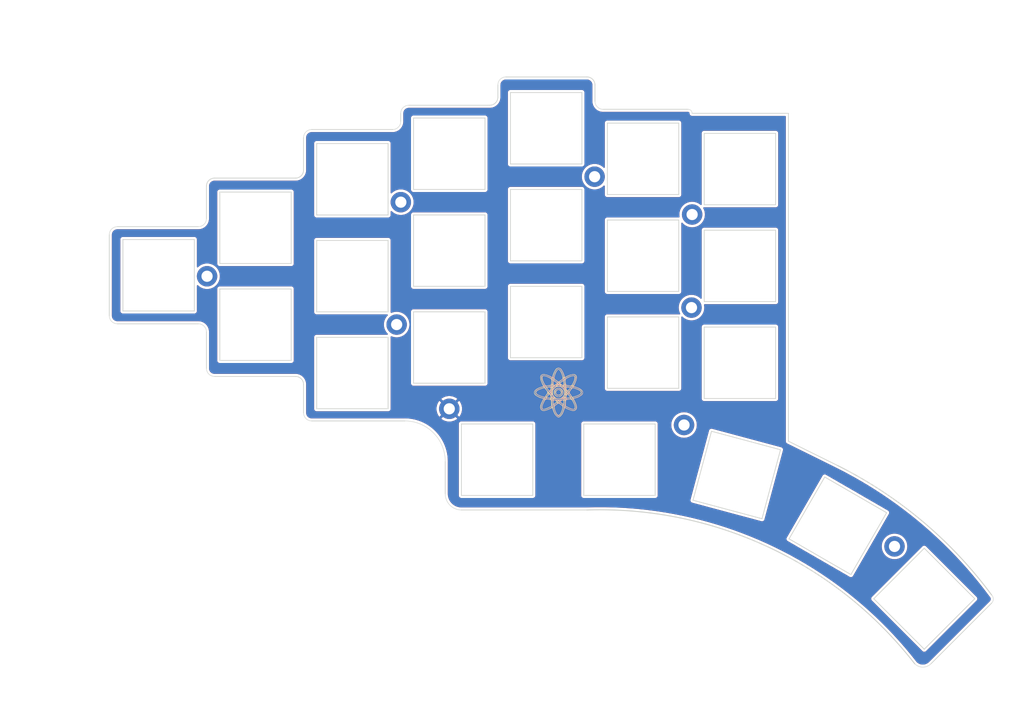
<source format=kicad_pcb>
(kicad_pcb (version 20211014) (generator pcbnew)
  (title_block (title "blaster") (rev "v1.0.0") (company "Unknown"))
  (layers (0 "F.Cu" signal) (31 "B.Cu" signal) (34 "B.Paste" user) (35 "F.Paste" user) (36 "B.SilkS" user "B.Silkscreen") (37 "F.SilkS" user "F.Silkscreen") (38 "B.Mask" user) (39 "F.Mask" user) (44 "Edge.Cuts" user))
  (net 0 "")
  (net 1 "gnd")
  (footprint "SSD1306:MX_cutout" (layer "F.Cu") (at 216.59375 105.7625)
    (fp_text reference "S38" hide)
    (fp_text value "" hide)
    (fp_line (start 7 -7) (end -7 -7) (layer "Edge.Cuts") (width 0.15))
    (fp_line (start -7 7) (end 7 7) (layer "Edge.Cuts") (width 0.15))
    (fp_line (start 7 -7) (end 7 7) (layer "Edge.Cuts") (width 0.15))
    (fp_line (start -7 7) (end -7 -7) (layer "Edge.Cuts") (width 0.15))
  )
  (footprint "" (layer "F.Cu") (at 207.09375 109.2625)
    (fp_text reference "" (at 0 0) (layer "F.SilkS") (effects (font (size 1.27 1.27))))
    (fp_text value "" (at 0 0) (layer "F.SilkS") (effects (font (size 1.27 1.27))))
    (pad " " thru_hole circle (at 0 0) (size 4 4) (drill 2.2) (layers *.Cu *.Mask))
  )
  (footprint "" (layer "F.Cu") (at 169.09375 114.2625)
    (fp_text reference "" (at 0 0) (layer "F.SilkS") (effects (font (size 1.27 1.27))))
    (fp_text value "" (at 0 0) (layer "F.SilkS") (effects (font (size 1.27 1.27))))
    (pad " " thru_hole circle (at 0 0) (size 4 4) (drill 2.2) (layers *.Cu *.Mask))
  )
  (footprint "SSD1306:MX_cutout" (layer "F.Cu") (at 235.59375 126.7625)
    (fp_text reference "S40" hide)
    (fp_text value "" hide)
    (fp_line (start -7 7) (end -7 -7) (layer "Edge.Cuts") (width 0.15))
    (fp_line (start 7 -7) (end 7 7) (layer "Edge.Cuts") (width 0.15))
    (fp_line (start 7 -7) (end -7 -7) (layer "Edge.Cuts") (width 0.15))
    (fp_line (start -7 7) (end 7 7) (layer "Edge.Cuts") (width 0.15))
  )
  (footprint "SSD1306:MX_cutout" (layer "F.Cu") (at 140.59375 119.2875)
    (fp_text reference "S26" hide)
    (fp_text value "" hide)
    (fp_line (start -7 7) (end -7 -7) (layer "Edge.Cuts") (width 0.15))
    (fp_line (start 7 -7) (end -7 -7) (layer "Edge.Cuts") (width 0.15))
    (fp_line (start -7 7) (end 7 7) (layer "Edge.Cuts") (width 0.15))
    (fp_line (start 7 -7) (end 7 7) (layer "Edge.Cuts") (width 0.15))
  )
  (footprint "SSD1306:MX_cutout" (layer "F.Cu") (at 178.59375 142.7625)
    (fp_text reference "S30" hide)
    (fp_text value "" hide)
    (fp_line (start -7 7) (end 7 7) (layer "Edge.Cuts") (width 0.15))
    (fp_line (start 7 -7) (end -7 -7) (layer "Edge.Cuts") (width 0.15))
    (fp_line (start -7 7) (end -7 -7) (layer "Edge.Cuts") (width 0.15))
    (fp_line (start 7 -7) (end 7 7) (layer "Edge.Cuts") (width 0.15))
  )
  (footprint "SSD1306:MX_cutout" (layer "F.Cu") (at 178.59375 104.7625)
    (fp_text reference "S32" hide)
    (fp_text value "" hide)
    (fp_line (start 7 -7) (end -7 -7) (layer "Edge.Cuts") (width 0.15))
    (fp_line (start -7 7) (end 7 7) (layer "Edge.Cuts") (width 0.15))
    (fp_line (start 7 -7) (end 7 7) (layer "Edge.Cuts") (width 0.15))
    (fp_line (start -7 7) (end -7 -7) (layer "Edge.Cuts") (width 0.15))
  )
  (footprint "SSD1306:MX_cutout" (layer "F.Cu") (at 140.59375 138.2875)
    (fp_text reference "S25" hide)
    (fp_text value "" hide)
    (fp_line (start -7 7) (end -7 -7) (layer "Edge.Cuts") (width 0.15))
    (fp_line (start 7 -7) (end -7 -7) (layer "Edge.Cuts") (width 0.15))
    (fp_line (start 7 -7) (end 7 7) (layer "Edge.Cuts") (width 0.15))
    (fp_line (start -7 7) (end 7 7) (layer "Edge.Cuts") (width 0.15))
  )
  (footprint "SSD1306:MX_cutout" (layer "F.Cu") (at 197.59375 137.7625)
    (fp_text reference "S33" hide)
    (fp_text value "" hide)
    (fp_line (start 7 -7) (end -7 -7) (layer "Edge.Cuts") (width 0.15))
    (fp_line (start 7 -7) (end 7 7) (layer "Edge.Cuts") (width 0.15))
    (fp_line (start -7 7) (end 7 7) (layer "Edge.Cuts") (width 0.15))
    (fp_line (start -7 7) (end -7 -7) (layer "Edge.Cuts") (width 0.15))
  )
  (footprint "SSD1306:MX_cutout" (layer "F.Cu") (at 271.739278 192.027318 -45)
    (fp_text reference "S46" hide)
    (fp_text value "" hide)
    (fp_line (start -7 7) (end 7 7) (layer "Edge.Cuts") (width 0.15))
    (fp_line (start 7 -7) (end -7 -7) (layer "Edge.Cuts") (width 0.15))
    (fp_line (start -7 7) (end -7 -7) (layer "Edge.Cuts") (width 0.15))
    (fp_line (start 7 -7) (end 7 7) (layer "Edge.Cuts") (width 0.15))
  )
  (footprint "" (layer "F.Cu") (at 265.90625 181.76875)
    (fp_text reference "" (at 0 0) (layer "F.SilkS") (effects (font (size 1.27 1.27))))
    (fp_text value "" (at 0 0) (layer "F.SilkS") (effects (font (size 1.27 1.27))))
    (pad " " thru_hole circle (at 0 0) (size 4 4) (drill 2.2) (layers *.Cu *.Mask))
  )
  (footprint "SSD1306:MX_cutout" (layer "F.Cu") (at 235.59375 145.7625)
    (fp_text reference "S39" hide)
    (fp_text value "" hide)
    (fp_line (start 7 -7) (end -7 -7) (layer "Edge.Cuts") (width 0.15))
    (fp_line (start 7 -7) (end 7 7) (layer "Edge.Cuts") (width 0.15))
    (fp_line (start -7 7) (end -7 -7) (layer "Edge.Cuts") (width 0.15))
    (fp_line (start -7 7) (end 7 7) (layer "Edge.Cuts") (width 0.15))
  )
  (footprint "SSD1306:MX_cutout" (layer "F.Cu") (at 197.59375 99.7625)
    (fp_text reference "S35" hide)
    (fp_text value "" hide)
    (fp_line (start 7 -7) (end -7 -7) (layer "Edge.Cuts") (width 0.15))
    (fp_line (start -7 7) (end -7 -7) (layer "Edge.Cuts") (width 0.15))
    (fp_line (start 7 -7) (end 7 7) (layer "Edge.Cuts") (width 0.15))
    (fp_line (start -7 7) (end 7 7) (layer "Edge.Cuts") (width 0.15))
  )
  (footprint "SSD1306:MX_cutout" (layer "F.Cu") (at 159.59375 128.7625)
    (fp_text reference "S28" hide)
    (fp_text value "" hide)
    (fp_line (start 7 -7) (end -7 -7) (layer "Edge.Cuts") (width 0.15))
    (fp_line (start 7 -7) (end 7 7) (layer "Edge.Cuts") (width 0.15))
    (fp_line (start -7 7) (end -7 -7) (layer "Edge.Cuts") (width 0.15))
    (fp_line (start -7 7) (end 7 7) (layer "Edge.Cuts") (width 0.15))
  )
  (footprint "" (layer "F.Cu") (at 131.09375 128.7875)
    (fp_text reference "" (at 0 0) (layer "F.SilkS") (effects (font (size 1.27 1.27))))
    (fp_text value "" (at 0 0) (layer "F.SilkS") (effects (font (size 1.27 1.27))))
    (pad " " thru_hole circle (at 0 0) (size 4 4) (drill 2.2) (layers *.Cu *.Mask))
  )
  (footprint "SSD1306:MX_cutout" (layer "F.Cu") (at 187.96875 164.7625)
    (fp_text reference "S42" hide)
    (fp_text value "" hide)
    (fp_line (start 7 -7) (end 7 7) (layer "Edge.Cuts") (width 0.15))
    (fp_line (start -7 7) (end -7 -7) (layer "Edge.Cuts") (width 0.15))
    (fp_line (start 7 -7) (end -7 -7) (layer "Edge.Cuts") (width 0.15))
    (fp_line (start -7 7) (end 7 7) (layer "Edge.Cuts") (width 0.15))
  )
  (footprint "SSD1306:MX_cutout" (layer "F.Cu") (at 211.96875 164.7625)
    (fp_text reference "S43" hide)
    (fp_text value "" hide)
    (fp_line (start -7 7) (end 7 7) (layer "Edge.Cuts") (width 0.15))
    (fp_line (start 7 -7) (end 7 7) (layer "Edge.Cuts") (width 0.15))
    (fp_line (start 7 -7) (end -7 -7) (layer "Edge.Cuts") (width 0.15))
    (fp_line (start -7 7) (end -7 -7) (layer "Edge.Cuts") (width 0.15))
  )
  (footprint "" (layer "F.Cu") (at 226.21875 116.68125)
    (fp_text reference "" (at 0 0) (layer "F.SilkS") (effects (font (size 1.27 1.27))))
    (fp_text value "" (at 0 0) (layer "F.SilkS") (effects (font (size 1.27 1.27))))
    (pad " " thru_hole circle (at 0 0) (size 4 4) (drill 2.2) (layers *.Cu *.Mask))
  )
  (footprint "" (layer "F.Cu") (at 178.59375 154.78125)
    (fp_text reference "" (at 0 0) (layer "F.SilkS") (effects (font (size 1.27 1.27))))
    (fp_text value "" (at 0 0) (layer "F.SilkS") (effects (font (size 1.27 1.27))))
    (pad " " thru_hole circle (at 0 0) (size 4 4) (drill 2.2) (layers *.Cu *.Mask) (net 1 "gnd"))
  )
  (footprint "SSD1306:MX_cutout" (layer "F.Cu") (at 216.59375 124.7625)
    (fp_text reference "S37" hide)
    (fp_text value "" hide)
    (fp_line (start 7 -7) (end 7 7) (layer "Edge.Cuts") (width 0.15))
    (fp_line (start -7 7) (end -7 -7) (layer "Edge.Cuts") (width 0.15))
    (fp_line (start 7 -7) (end -7 -7) (layer "Edge.Cuts") (width 0.15))
    (fp_line (start -7 7) (end 7 7) (layer "Edge.Cuts") (width 0.15))
  )
  (footprint "SSD1306:MX_cutout" (layer "F.Cu") (at 159.59375 147.7625)
    (fp_text reference "S27" hide)
    (fp_text value "" hide)
    (fp_line (start -7 7) (end -7 -7) (layer "Edge.Cuts") (width 0.15))
    (fp_line (start 7 -7) (end -7 -7) (layer "Edge.Cuts") (width 0.15))
    (fp_line (start 7 -7) (end 7 7) (layer "Edge.Cuts") (width 0.15))
    (fp_line (start -7 7) (end 7 7) (layer "Edge.Cuts") (width 0.15))
  )
  (footprint "" (layer "F.Cu") (at 224.63125 157.95625)
    (fp_text reference "" (at 0 0) (layer "F.SilkS") (effects (font (size 1.27 1.27))))
    (fp_text value "" (at 0 0) (layer "F.SilkS") (effects (font (size 1.27 1.27))))
    (pad " " thru_hole circle (at 0 0) (size 4 4) (drill 2.2) (layers *.Cu *.Mask))
  )
  (footprint "SSD1306:MX_cutout" (layer "F.Cu") (at 235.59375 107.7625)
    (fp_text reference "S41" hide)
    (fp_text value "" hide)
    (fp_line (start 7 -7) (end -7 -7) (layer "Edge.Cuts") (width 0.15))
    (fp_line (start -7 7) (end -7 -7) (layer "Edge.Cuts") (width 0.15))
    (fp_line (start 7 -7) (end 7 7) (layer "Edge.Cuts") (width 0.15))
    (fp_line (start -7 7) (end 7 7) (layer "Edge.Cuts") (width 0.15))
  )
  (footprint "SSD1306:MX_cutout" (layer "F.Cu") (at 178.59375 123.7625)
    (fp_text reference "S31" hide)
    (fp_text value "" hide)
    (fp_line (start 7 -7) (end -7 -7) (layer "Edge.Cuts") (width 0.15))
    (fp_line (start -7 7) (end -7 -7) (layer "Edge.Cuts") (width 0.15))
    (fp_line (start 7 -7) (end 7 7) (layer "Edge.Cuts") (width 0.15))
    (fp_line (start -7 7) (end 7 7) (layer "Edge.Cuts") (width 0.15))
  )
  (footprint "" (layer "F.Cu") (at 168.275 138.2625)
    (fp_text reference "" (at 0 0) (layer "F.SilkS") (effects (font (size 1.27 1.27))))
    (fp_text value "" (at 0 0) (layer "F.SilkS") (effects (font (size 1.27 1.27))))
    (pad " " thru_hole circle (at 0 0) (size 4 4) (drill 2.2) (layers *.Cu *.Mask))
  )
  (footprint "SSD1306:MX_cutout" (layer "F.Cu") (at 216.59375 143.7625)
    (fp_text reference "S36" hide)
    (fp_text value "" hide)
    (fp_line (start 7 -7) (end -7 -7) (layer "Edge.Cuts") (width 0.15))
    (fp_line (start -7 7) (end 7 7) (layer "Edge.Cuts") (width 0.15))
    (fp_line (start -7 7) (end -7 -7) (layer "Edge.Cuts") (width 0.15))
    (fp_line (start 7 -7) (end 7 7) (layer "Edge.Cuts") (width 0.15))
  )
  (footprint "SSD1306:MX_cutout" (layer "F.Cu") (at 254.789944 177.722872 -30)
    (fp_text reference "S45" hide)
    (fp_text value "" hide)
    (fp_line (start 7 -7) (end -7 -7) (layer "Edge.Cuts") (width 0.15))
    (fp_line (start -7 7) (end 7 7) (layer "Edge.Cuts") (width 0.15))
    (fp_line (start -7 7) (end -7 -7) (layer "Edge.Cuts") (width 0.15))
    (fp_line (start 7 -7) (end 7 7) (layer "Edge.Cuts") (width 0.15))
  )
  (footprint "blaster_top:coa" (layer "F.Cu") (at 200.025 151.60625)
    (fp_text reference " " (at 6.35 11.1125) (layer "F.SilkS") (effects (font (size 1.524 1.524) (thickness 0.3))))
    (fp_text value "LOGO" hide)
  )
  (footprint "SSD1306:MX_cutout" (layer "F.Cu") (at 197.59375 118.7625)
    (fp_text reference "S34" hide)
    (fp_text value "" hide)
    (fp_line (start 7 -7) (end 7 7) (layer "Edge.Cuts") (width 0.15))
    (fp_line (start -7 7) (end -7 -7) (layer "Edge.Cuts") (width 0.15))
    (fp_line (start -7 7) (end 7 7) (layer "Edge.Cuts") (width 0.15))
    (fp_line (start 7 -7) (end -7 -7) (layer "Edge.Cuts") (width 0.15))
  )
  (footprint "SSD1306:MX_cutout" (layer "F.Cu") (at 234.96875 167.7625 -15)
    (fp_text reference "S44" hide)
    (fp_text value "" hide)
    (fp_line (start 7 -7) (end -7 -7) (layer "Edge.Cuts") (width 0.15))
    (fp_line (start 7 -7) (end 7 7) (layer "Edge.Cuts") (width 0.15))
    (fp_line (start -7 7) (end -7 -7) (layer "Edge.Cuts") (width 0.15))
    (fp_line (start -7 7) (end 7 7) (layer "Edge.Cuts") (width 0.15))
  )
  (footprint "SSD1306:MX_cutout" (layer "F.Cu") (at 159.59375 109.7625)
    (fp_text reference "S29" hide)
    (fp_text value "" hide)
    (fp_line (start -7 7) (end 7 7) (layer "Edge.Cuts") (width 0.15))
    (fp_line (start -7 7) (end -7 -7) (layer "Edge.Cuts") (width 0.15))
    (fp_line (start 7 -7) (end 7 7) (layer "Edge.Cuts") (width 0.15))
    (fp_line (start 7 -7) (end -7 -7) (layer "Edge.Cuts") (width 0.15))
  )
  (footprint "" (layer "F.Cu") (at 226.09375 134.9375)
    (fp_text reference "" (at 0 0) (layer "F.SilkS") (effects (font (size 1.27 1.27))))
    (fp_text value "" (at 0 0) (layer "F.SilkS") (effects (font (size 1.27 1.27))))
    (pad " " thru_hole circle (at 0 0) (size 4 4) (drill 2.2) (layers *.Cu *.Mask))
  )
  (footprint "blaster_top:coa" (layer "B.Cu") (at 200.025 151.60625 180)
    (fp_text reference " " (at 6.35 -11.1125) (layer "B.SilkS") (effects (font (size 1.524 1.524) (thickness 0.3)) (justify mirror)))
    (fp_text value "LOGO" hide)
  )
  (footprint "SSD1306:MX_cutout" (layer "B.Cu") (at 121.59375 128.5875 180)
    (fp_text reference "S24" hide)
    (fp_text value "" hide)
    (fp_line (start -7 -7) (end 7 -7) (layer "Edge.Cuts") (width 0.15))
    (fp_line (start 7 7) (end -7 7) (layer "Edge.Cuts") (width 0.15))
    (fp_line (start -7 -7) (end -7 7) (layer "Edge.Cuts") (width 0.15))
    (fp_line (start 7 7) (end 7 -7) (layer "Edge.Cuts") (width 0.15))
  )
  (gr_line (start 111.91875 136.525) (end 111.91875 120.65) (layer "Edge.Cuts") (width 0.15))
  (gr_arc (start 129.38125 138.1125) (mid 130.503782 138.577468) (end 130.96875 139.7) (layer "Edge.Cuts") (width 0.1))
  (gr_line (start 169.06875 98.425) (end 169.06875 96.8375) (layer "Edge.Cuts") (width 0.15))
  (gr_line (start 113.50625 119.0625) (end 129.38125 119.0625) (layer "Edge.Cuts") (width 0.15))
  (gr_arc (start 188.11875 91.28125) (mid 188.583718 90.158718) (end 189.70625 89.69375) (layer "Edge.Cuts") (width 0.1))
  (gr_arc (start 113.50625 138.1125) (mid 112.383718 137.647532) (end 111.91875 136.525) (layer "Edge.Cuts") (width 0.1))
  (gr_line (start 151.60625 100.0125) (end 167.48125 100.0125) (layer "Edge.Cuts") (width 0.15))
  (gr_arc (start 130.96875 111.125) (mid 131.433718 110.002468) (end 132.55625 109.5375) (layer "Edge.Cuts") (width 0.15))
  (gr_arc (start 284.95625 191.29375) (mid 285.285032 192.0875) (end 284.95625 192.88125) (layer "Edge.Cuts") (width 0.1))
  (gr_arc (start 188.11875 93.6625) (mid 187.653782 94.785032) (end 186.53125 95.25) (layer "Edge.Cuts") (width 0.15))
  (gr_arc (start 132.55625 148.43125) (mid 131.433718 147.966282) (end 130.96875 146.84375) (layer "Edge.Cuts") (width 0.1))
  (gr_arc (start 225.425 96.04375) (mid 225.986266 96.276234) (end 226.21875 96.8375) (layer "Edge.Cuts") (width 0.1))
  (gr_line (start 254.726888 165.89375) (end 245.09375 161.13125) (layer "Edge.Cuts") (width 0.15))
  (gr_line (start 208.75625 96.04375) (end 225.425 96.04375) (layer "Edge.Cuts") (width 0.15))
  (gr_arc (start 130.96875 117.475) (mid 130.503782 118.597532) (end 129.38125 119.0625) (layer "Edge.Cuts") (width 0.1))
  (gr_line (start 226.21875 96.8375) (end 245.09375 96.8375) (layer "Edge.Cuts") (width 0.15))
  (gr_arc (start 169.8625 157.1625) (mid 175.47516 159.48734) (end 177.8 165.1) (layer "Edge.Cuts") (width 0.1))
  (gr_line (start 132.55625 148.43125) (end 148.43125 148.43125) (layer "Edge.Cuts") (width 0.15))
  (gr_arc (start 205.58125 174.625) (mid 241.351569 181.982592) (end 269.875 204.7875) (layer "Edge.Cuts") (width 0.2))
  (gr_arc (start 111.91875 120.65) (mid 112.383718 119.527468) (end 113.50625 119.0625) (layer "Edge.Cuts") (width 0.1))
  (gr_line (start 180.975 174.625) (end 205.58125 174.625) (layer "Edge.Cuts") (width 0.15))
  (gr_arc (start 208.75625 96.04375) (mid 207.633718 95.578782) (end 207.16875 94.45625) (layer "Edge.Cuts") (width 0.1))
  (gr_line (start 130.96875 146.84375) (end 130.96875 139.7) (layer "Edge.Cuts") (width 0.15))
  (gr_arc (start 151.60625 157.1625) (mid 150.483718 156.697532) (end 150.01875 155.575) (layer "Edge.Cuts") (width 0.1))
  (gr_line (start 150.01875 155.575) (end 150.01875 150.01875) (layer "Edge.Cuts") (width 0.15))
  (gr_line (start 189.70625 89.69375) (end 205.58125 89.69375) (layer "Edge.Cuts") (width 0.15))
  (gr_arc (start 254.726888 165.89375) (mid 271.346083 176.803179) (end 284.95625 191.29375) (layer "Edge.Cuts") (width 0.2))
  (gr_line (start 207.16875 94.45625) (end 207.16875 91.28125) (layer "Edge.Cuts") (width 0.15))
  (gr_arc (start 273.05 204.7875) (mid 271.4625 205.445064) (end 269.875 204.7875) (layer "Edge.Cuts") (width 0.1))
  (gr_line (start 170.65625 95.25) (end 186.53125 95.25) (layer "Edge.Cuts") (width 0.15))
  (gr_arc (start 169.06875 98.425) (mid 168.603782 99.547532) (end 167.48125 100.0125) (layer "Edge.Cuts") (width 0.1))
  (gr_arc (start 148.43125 148.43125) (mid 149.553782 148.896218) (end 150.01875 150.01875) (layer "Edge.Cuts") (width 0.15))
  (gr_line (start 130.96875 117.475) (end 130.96875 111.125) (layer "Edge.Cuts") (width 0.15))
  (gr_line (start 150.01875 107.95) (end 150.01875 101.6) (layer "Edge.Cuts") (width 0.15))
  (gr_arc (start 150.01875 107.95) (mid 149.553782 109.072532) (end 148.43125 109.5375) (layer "Edge.Cuts") (width 0.15))
  (gr_arc (start 169.06875 96.8375) (mid 169.533718 95.714968) (end 170.65625 95.25) (layer "Edge.Cuts") (width 0.1))
  (gr_line (start 113.50625 138.1125) (end 129.38125 138.1125) (layer "Edge.Cuts") (width 0.15))
  (gr_line (start 177.8 171.45) (end 177.8 165.1) (layer "Edge.Cuts") (width 0.15))
  (gr_arc (start 205.58125 89.69375) (mid 206.703782 90.158718) (end 207.16875 91.28125) (layer "Edge.Cuts") (width 0.15))
  (gr_line (start 245.09375 161.13125) (end 245.09375 96.8375) (layer "Edge.Cuts") (width 0.15))
  (gr_line (start 151.60625 157.1625) (end 169.8625 157.1625) (layer "Edge.Cuts") (width 0.15))
  (gr_line (start 273.05 204.7875) (end 284.95625 192.88125) (layer "Edge.Cuts") (width 0.15))
  (gr_line (start 188.11875 93.6625) (end 188.11875 91.28125) (layer "Edge.Cuts") (width 0.15))
  (gr_arc (start 150.01875 101.6) (mid 150.483718 100.477468) (end 151.60625 100.0125) (layer "Edge.Cuts") (width 0.1))
  (gr_line (start 132.55625 109.5375) (end 148.43125 109.5375) (layer "Edge.Cuts") (width 0.15))
  (gr_arc (start 180.975 174.625) (mid 178.729936 173.695064) (end 177.8 171.45) (layer "Edge.Cuts") (width 0.1))
  (zone (net 1) (net_name "gnd") (layers F&B.Cu) (connect_pads (clearance 0.508)) (min_thickness 0.254) (fill yes (thermal_gap 0.508) (thermal_bridge_width 0.508))
    (polygon (pts (xy 291.30625 212.725) (xy 96.8375 211.93125) (xy 90.4875 75.40625) (xy 288.13125 74.6125)))
  )
)
</source>
